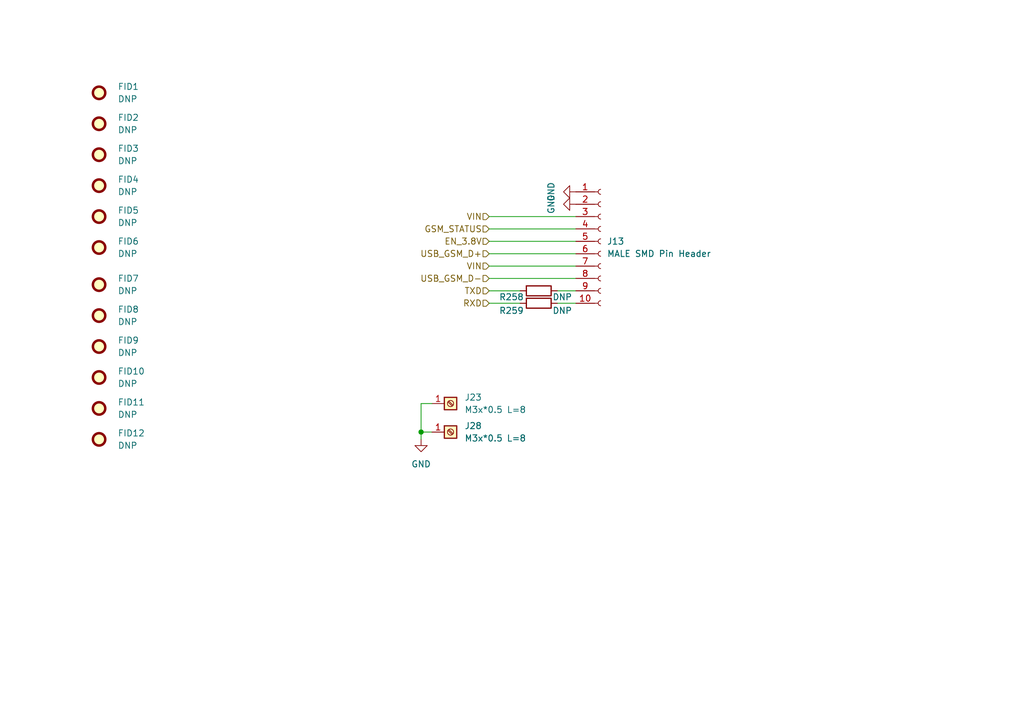
<source format=kicad_sch>
(kicad_sch (version 20231120) (generator "eeschema") (generator_version "8.0")
  (paper "A5")
  (title_block (company "SmartEQ Information Technologies"))
  (lib_symbols
    (symbol "Connector:Conn_01x10_Socket" (pin_names (offset 1.016) hide)
      (property "Reference" "J" (at 0 12.7 0))
      (property "Value" "Conn_01x10_Socket" (at 0 -15.24 0))
      (symbol "Conn_01x10_Socket_1_1"
        (arc (start 0 -12.192) (mid -0.5058 -12.7) (end 0 -13.208) (stroke (width 0.1524)))
        (arc (start 0 -9.652) (mid -0.5058 -10.16) (end 0 -10.668) (stroke (width 0.1524)))
        (arc (start 0 -7.112) (mid -0.5058 -7.62) (end 0 -8.128) (stroke (width 0.1524)))
        (arc (start 0 -4.572) (mid -0.5058 -5.08) (end 0 -5.588) (stroke (width 0.1524)))
        (arc (start 0 -2.032) (mid -0.5058 -2.54) (end 0 -3.048) (stroke (width 0.1524)))
        (polyline (pts (xy -1.27 -12.7) (xy -0.508 -12.7)) (stroke (width 0.1524)))
        (polyline (pts (xy -1.27 -10.16) (xy -0.508 -10.16)) (stroke (width 0.1524)))
        (polyline (pts (xy -1.27 -7.62) (xy -0.508 -7.62)) (stroke (width 0.1524)))
        (polyline (pts (xy -1.27 -5.08) (xy -0.508 -5.08)) (stroke (width 0.1524)))
        (polyline (pts (xy -1.27 -2.54) (xy -0.508 -2.54)) (stroke (width 0.1524)))
        (polyline (pts (xy -1.27 0) (xy -0.508 0)) (stroke (width 0.1524)))
        (polyline (pts (xy -1.27 2.54) (xy -0.508 2.54)) (stroke (width 0.1524)))
        (polyline (pts (xy -1.27 5.08) (xy -0.508 5.08)) (stroke (width 0.1524)))
        (polyline (pts (xy -1.27 7.62) (xy -0.508 7.62)) (stroke (width 0.1524)))
        (polyline (pts (xy -1.27 10.16) (xy -0.508 10.16)) (stroke (width 0.1524)))
        (arc (start 0 0.508) (mid -0.5058 0) (end 0 -0.508) (stroke (width 0.1524)))
        (arc (start 0 3.048) (mid -0.5058 2.54) (end 0 2.032) (stroke (width 0.1524)))
        (arc (start 0 5.588) (mid -0.5058 5.08) (end 0 4.572) (stroke (width 0.1524)))
        (arc (start 0 8.128) (mid -0.5058 7.62) (end 0 7.112) (stroke (width 0.1524)))
        (arc (start 0 10.668) (mid -0.5058 10.16) (end 0 9.652) (stroke (width 0.1524)))
        (pin passive line (at -5.08 10.16 0) (length 3.81) (name "Pin_1") (number "1"))
        (pin passive line (at -5.08 -12.7 0) (length 3.81) (name "Pin_10") (number "10"))
        (pin passive line (at -5.08 7.62 0) (length 3.81) (name "Pin_2") (number "2"))
        (pin passive line (at -5.08 5.08 0) (length 3.81) (name "Pin_3") (number "3"))
        (pin passive line (at -5.08 2.54 0) (length 3.81) (name "Pin_4") (number "4"))
        (pin passive line (at -5.08 0 0) (length 3.81) (name "Pin_5") (number "5"))
        (pin passive line (at -5.08 -2.54 0) (length 3.81) (name "Pin_6") (number "6"))
        (pin passive line (at -5.08 -5.08 0) (length 3.81) (name "Pin_7") (number "7"))
        (pin passive line (at -5.08 -7.62 0) (length 3.81) (name "Pin_8") (number "8"))
        (pin passive line (at -5.08 -10.16 0) (length 3.81) (name "Pin_9") (number "9"))
      )
    )
    (symbol "Connector:Screw_Terminal_01x01" (pin_names (offset 1.016) hide)
      (property "Reference" "J23" (at 2.8515 1.2701 0))
      (property "Value" "M3x*0.5 L=8" (at 2.8515 -1.2699 0))
      (symbol "Screw_Terminal_01x01_1_1"
        (rectangle (start -1.27 1.27) (end 1.27 -1.27) (stroke (width 0.254)) (fill (type background)))
        (polyline (pts (xy -0.5334 0.3302) (xy 0.3302 -0.508)) (stroke (width 0.1524)))
        (polyline (pts (xy -0.3556 0.508) (xy 0.508 -0.3302)) (stroke (width 0.1524)))
        (circle (center 0 0) (radius 0.635) (stroke (width 0.1524)))
        (pin input line (at -3.81 0 0) (length 2.54) (name "1") (number "1"))
      )
    )
    (symbol "Device:R" (pin_numbers hide) (pin_names (offset 0))
      (property "Reference" "R" (at 2.032 0 90))
      (property "Value" "R" (at 0 0 90))
      (symbol "R_0_1"
        (rectangle (start -1.016 -2.54) (end 1.016 2.54) (stroke (width 0.254)))
      )
      (symbol "R_1_1"
        (pin passive line (at 0 3.81 270) (length 1.27) (name "~") (number "1"))
        (pin passive line (at 0 -3.81 90) (length 1.27) (name "~") (number "2"))
      )
    )
    (symbol "Mechanical:Fiducial"
      (property "Reference" "FID" (at 0 5.08 0))
      (property "Value" "Fiducial" (at 0 3.175 0))
      (symbol "Fiducial_0_1"
        (circle (center 0 0) (radius 1.27) (stroke (width 0.508)) (fill (type background)))
      )
    )
    (symbol "Screw_Terminal_01x01_1" (pin_names (offset 1.016) hide)
      (property "Reference" "J28" (at 2.8515 1.2701 0))
      (property "Value" "M3x*0.5 L=8" (at 2.8515 -1.2699 0))
      (symbol "Screw_Terminal_01x01_1_1_1"
        (rectangle (start -1.27 1.27) (end 1.27 -1.27) (stroke (width 0.254)) (fill (type background)))
        (polyline (pts (xy -0.5334 0.3302) (xy 0.3302 -0.508)) (stroke (width 0.1524)))
        (polyline (pts (xy -0.3556 0.508) (xy 0.508 -0.3302)) (stroke (width 0.1524)))
        (circle (center 0 0) (radius 0.635) (stroke (width 0.1524)))
        (pin input line (at -3.81 0 0) (length 2.54) (name "1") (number "1"))
      )
    )
    (symbol "power:GND" (power) (pin_names (offset 0))
      (property "Value" "GND" (at 0 -3.81 0))
      (symbol "GND_0_1"
        (polyline (pts (xy 0 0) (xy 0 -1.27) (xy 1.27 -1.27) (xy 0 -2.54) (xy -1.27 -1.27) (xy 0 -1.27)))
      )
      (symbol "GND_1_1"
        (pin power_in line (at 0 0 270) (length 0) hide (name "GND") (number "1"))
      )
    )
  )
  (junction (at 86.36 88.667))
  (wire (pts (xy 86.36 82.8168) (xy 88.5885 82.8168)))
  (wire (pts (xy 100.33 44.45) (xy 118.11 44.45)))
  (wire (pts (xy 100.33 54.61) (xy 118.11 54.61)))
  (wire (pts (xy 114.3 62.23) (xy 118.11 62.23)))
  (wire (pts (xy 100.33 49.53) (xy 118.11 49.53)))
  (wire (pts (xy 100.33 46.99) (xy 118.11 46.99)))
  (wire (pts (xy 114.3 59.69) (xy 118.11 59.69)))
  (wire (pts (xy 100.33 52.07) (xy 118.11 52.07)))
  (wire (pts (xy 86.36 88.667) (xy 86.36 82.8168)))
  (wire (pts (xy 100.33 57.15) (xy 118.11 57.15)))
  (wire (pts (xy 100.33 59.69) (xy 106.68 59.69)))
  (wire (pts (xy 86.36 90.17) (xy 86.36 88.667)))
  (wire (pts (xy 100.33 62.23) (xy 106.68 62.23)))
  (wire (pts (xy 86.36 88.667) (xy 88.5885 88.667)))
  (hierarchical_label "EN_3.8V" (shape input) (at 100.33 49.53 180))
  (hierarchical_label "VIN" (shape input) (at 100.33 44.45 180))
  (hierarchical_label "RXD" (shape input) (at 100.33 62.23 180))
  (hierarchical_label "TXD" (shape input) (at 100.33 59.69 180))
  (hierarchical_label "VIN" (shape input) (at 100.33 54.61 180))
  (hierarchical_label "GSM_STATUS" (shape input) (at 100.33 46.99 180))
  (hierarchical_label "USB_GSM_D+" (shape input) (at 100.33 52.07 180))
  (hierarchical_label "USB_GSM_D-" (shape input) (at 100.33 57.15 180))
  (symbol (lib_id "Mechanical:Fiducial") (at 20.32 25.4 0) (unit 1)
    (property "Reference" "FID2" (at 24.13 24.1299 0) (effects (justify left)))
    (property "Value" "DNP" (at 24.13 26.6699 0) (effects (justify left)))
    (property "Footprint" "Fiducial:Fiducial_0.5mm_Mask1mm" (effects (hide yes)))
    (property "Description" "Fiducial Marker" (effects (hide yes)))
  )
  (symbol (lib_id "Connector:Conn_01x10_Socket") (at 123.19 49.53 0) (unit 1)
    (property "Reference" "J13" (at 124.46 49.5299 0) (effects (justify left)))
    (property "Value" "MALE SMD Pin Header" (at 124.46 52.0699 0) (effects (justify left)))
    (property "Footprint" "Connector_PinSocket_2.00mm:PinSocket_2x05_P2.00mm_Vertical_SMD" (effects (hide yes)))
    (property "Description" "Generic connector, single row, 01x10, script generated" (effects (hide yes)))
    (property "MPN" "2.0mm 2*5p 贴片排针" (effects (hide yes)))
  )
  (symbol (lib_id "Mechanical:Fiducial") (at 20.32 77.47 0) (unit 1)
    (property "Reference" "FID10" (at 24.13 76.1999 0) (effects (justify left)))
    (property "Value" "DNP" (at 24.13 78.7399 0) (effects (justify left)))
    (property "Footprint" "Fiducial:Fiducial_0.5mm_Mask1mm" (effects (hide yes)))
    (property "Description" "Fiducial Marker" (effects (hide yes)))
  )
  (symbol (lib_id "Device:R") (at 110.49 62.23 270) (unit 1)
    (property "Reference" "R259" (at 104.902 63.754 90))
    (property "Value" "DNP" (at 115.316 63.754 90))
    (property "Footprint" "Resistor_SMD:R_0603_1608Metric" (effects (hide yes)))
  )
  (symbol (lib_id "Mechanical:Fiducial") (at 20.32 58.42 0) (unit 1)
    (property "Reference" "FID7" (at 24.13 57.1499 0) (effects (justify left)))
    (property "Value" "DNP" (at 24.13 59.6899 0) (effects (justify left)))
    (property "Footprint" "Fiducial:Fiducial_0.5mm_Mask1mm" (effects (hide yes)))
    (property "Description" "Fiducial Marker" (effects (hide yes)))
  )
  (symbol (lib_name "Screw_Terminal_01x01_1") (lib_id "Connector:Screw_Terminal_01x01") (at 92.3985 88.667 0) (unit 1)
    (property "Reference" "J28" (at 95.25 87.3969 0) (effects (justify left)))
    (property "Value" "M3x*0.5 L=8" (at 95.25 89.9369 0) (effects (justify left)))
    (property "Footprint" "Footprint:Screw Terminal Shinbo" (effects (hide yes)))
    (property "Description" "Board mounting elevator    M3 hole size, 4 pins PCB-64-M3" (effects (hide yes)))
    (property "MPN" "SMTSO-M3-8ET" (effects (hide yes)))
  )
  (symbol (lib_id "Mechanical:Fiducial") (at 20.32 44.45 0) (unit 1)
    (property "Reference" "FID5" (at 24.13 43.1799 0) (effects (justify left)))
    (property "Value" "DNP" (at 24.13 45.7199 0) (effects (justify left)))
    (property "Footprint" "Fiducial:Fiducial_0.5mm_Mask1mm" (effects (hide yes)))
    (property "Description" "Fiducial Marker" (effects (hide yes)))
  )
  (symbol (lib_id "Mechanical:Fiducial") (at 20.32 90.17 0) (unit 1)
    (property "Reference" "FID12" (at 24.13 88.8999 0) (effects (justify left)))
    (property "Value" "DNP" (at 24.13 91.4399 0) (effects (justify left)))
    (property "Footprint" "Fiducial:Fiducial_0.5mm_Mask1mm" (effects (hide yes)))
    (property "Description" "Fiducial Marker" (effects (hide yes)))
  )
  (symbol (lib_id "Mechanical:Fiducial") (at 20.32 31.75 0) (unit 1)
    (property "Reference" "FID3" (at 24.13 30.4799 0) (effects (justify left)))
    (property "Value" "DNP" (at 24.13 33.0199 0) (effects (justify left)))
    (property "Footprint" "Fiducial:Fiducial_0.5mm_Mask1mm" (effects (hide yes)))
    (property "Description" "Fiducial Marker" (effects (hide yes)))
  )
  (symbol (lib_id "power:GND") (at 118.11 39.37 270) (unit 1)
    (property "Reference" "#PWR0142" (effects (hide yes)))
    (property "Value" "GND" (at 113.03 39.37 0))
  )
  (symbol (lib_id "Device:R") (at 110.49 59.69 270) (unit 1)
    (property "Reference" "R258" (at 104.902 60.96 90))
    (property "Value" "DNP" (at 115.316 60.96 90))
    (property "Footprint" "Resistor_SMD:R_0603_1608Metric" (effects (hide yes)))
  )
  (symbol (lib_id "power:GND") (at 118.11 41.91 270) (unit 1)
    (property "Reference" "#PWR05" (effects (hide yes)))
    (property "Value" "GND" (at 113.03 41.91 0))
  )
  (symbol (lib_id "Connector:Screw_Terminal_01x01") (at 92.3985 82.8168 0) (unit 1)
    (property "Reference" "J23" (at 95.25 81.5467 0) (effects (justify left)))
    (property "Value" "M3x*0.5 L=8" (at 95.25 84.0867 0) (effects (justify left)))
    (property "Footprint" "Footprint:Screw Terminal Shinbo" (effects (hide yes)))
    (property "Description" "Board mounting elevator    M3 hole size, 4 pins PCB-64-M3" (effects (hide yes)))
    (property "MPN" "SMTSO-M3-8ET" (effects (hide yes)))
  )
  (symbol (lib_id "Mechanical:Fiducial") (at 20.32 38.1 0) (unit 1)
    (property "Reference" "FID4" (at 24.13 36.8299 0) (effects (justify left)))
    (property "Value" "DNP" (at 24.13 39.3699 0) (effects (justify left)))
    (property "Footprint" "Fiducial:Fiducial_0.5mm_Mask1mm" (effects (hide yes)))
    (property "Description" "Fiducial Marker" (effects (hide yes)))
  )
  (symbol (lib_id "Mechanical:Fiducial") (at 20.32 50.8 0) (unit 1)
    (property "Reference" "FID6" (at 24.13 49.5299 0) (effects (justify left)))
    (property "Value" "DNP" (at 24.13 52.0699 0) (effects (justify left)))
    (property "Footprint" "Fiducial:Fiducial_0.5mm_Mask1mm" (effects (hide yes)))
    (property "Description" "Fiducial Marker" (effects (hide yes)))
  )
  (symbol (lib_id "Mechanical:Fiducial") (at 20.32 64.77 0) (unit 1)
    (property "Reference" "FID8" (at 24.13 63.4999 0) (effects (justify left)))
    (property "Value" "DNP" (at 24.13 66.0399 0) (effects (justify left)))
    (property "Footprint" "Fiducial:Fiducial_0.5mm_Mask1mm" (effects (hide yes)))
    (property "Description" "Fiducial Marker" (effects (hide yes)))
  )
  (symbol (lib_id "Mechanical:Fiducial") (at 20.32 71.12 0) (unit 1)
    (property "Reference" "FID9" (at 24.13 69.8499 0) (effects (justify left)))
    (property "Value" "DNP" (at 24.13 72.3899 0) (effects (justify left)))
    (property "Footprint" "Fiducial:Fiducial_0.5mm_Mask1mm" (effects (hide yes)))
    (property "Description" "Fiducial Marker" (effects (hide yes)))
  )
  (symbol (lib_id "power:GND") (at 86.36 90.17 0) (unit 1)
    (property "Reference" "#PWR0109" (effects (hide yes)))
    (property "Value" "GND" (at 86.36 95.25 0))
  )
  (symbol (lib_id "Mechanical:Fiducial") (at 20.32 83.82 0) (unit 1)
    (property "Reference" "FID11" (at 24.13 82.5499 0) (effects (justify left)))
    (property "Value" "DNP" (at 24.13 85.0899 0) (effects (justify left)))
    (property "Footprint" "Fiducial:Fiducial_0.5mm_Mask1mm" (effects (hide yes)))
    (property "Description" "Fiducial Marker" (effects (hide yes)))
  )
  (symbol (lib_id "Mechanical:Fiducial") (at 20.32 19.05 0) (unit 1)
    (property "Reference" "FID1" (at 24.13 17.7799 0) (effects (justify left)))
    (property "Value" "DNP" (at 24.13 20.3199 0) (effects (justify left)))
    (property "Footprint" "Fiducial:Fiducial_0.5mm_Mask1mm" (effects (hide yes)))
    (property "Description" "Fiducial Marker" (effects (hide yes)))
  )
)
</source>
